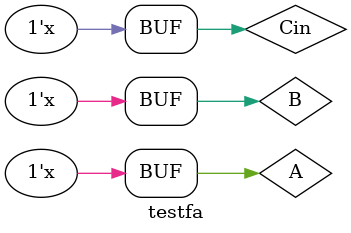
<source format=v>
`timescale 1ns / 1ps
module testfa;
 reg A, B, Cin;
 wire S, Cout;
 fulladder uut (.A(A),.B(B),.Cin(Cin),.S(S),.Cout(Cout));
 initial begin
 A=0;
 B=0;
 Cin=0;
 end
 always begin
 #50 A=~A;
 #50 B=~B;
 #50 A=~A;
 #50 Cin=~Cin;
 #50 A=~A;
 #50 B=~B;
 #50 A=~A;
 end
endmodule

</source>
